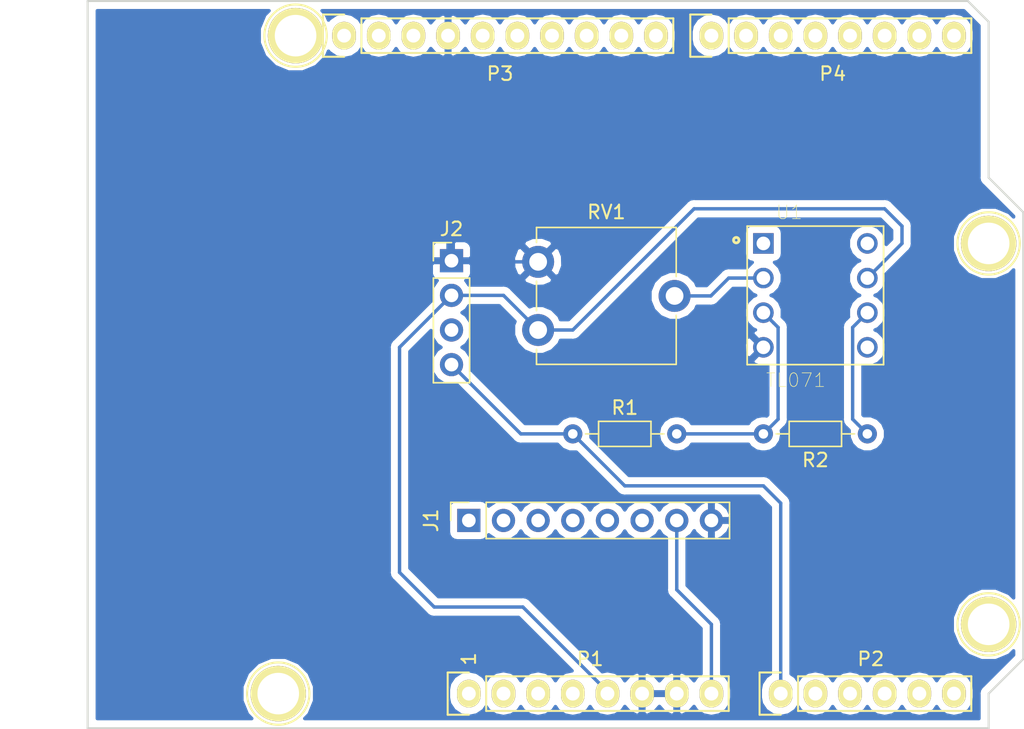
<source format=kicad_pcb>
(kicad_pcb (version 20171130) (host pcbnew "(5.0.0)")

  (general
    (thickness 1.6)
    (drawings 27)
    (tracks 39)
    (zones 0)
    (modules 14)
    (nets 46)
  )

  (page A4)
  (title_block
    (date "lun. 30 mars 2015")
  )

  (layers
    (0 F.Cu signal)
    (31 B.Cu signal)
    (32 B.Adhes user)
    (33 F.Adhes user)
    (34 B.Paste user)
    (35 F.Paste user)
    (36 B.SilkS user)
    (37 F.SilkS user)
    (38 B.Mask user)
    (39 F.Mask user)
    (40 Dwgs.User user)
    (41 Cmts.User user)
    (42 Eco1.User user)
    (43 Eco2.User user)
    (44 Edge.Cuts user)
    (45 Margin user)
    (46 B.CrtYd user)
    (47 F.CrtYd user)
    (48 B.Fab user)
    (49 F.Fab user)
  )

  (setup
    (last_trace_width 0.25)
    (trace_clearance 0.2)
    (zone_clearance 0.508)
    (zone_45_only no)
    (trace_min 0.2)
    (segment_width 0.15)
    (edge_width 0.15)
    (via_size 0.6)
    (via_drill 0.4)
    (via_min_size 0.4)
    (via_min_drill 0.3)
    (uvia_size 0.3)
    (uvia_drill 0.1)
    (uvias_allowed no)
    (uvia_min_size 0.2)
    (uvia_min_drill 0.1)
    (pcb_text_width 0.3)
    (pcb_text_size 1.5 1.5)
    (mod_edge_width 0.15)
    (mod_text_size 1 1)
    (mod_text_width 0.15)
    (pad_size 4.064 4.064)
    (pad_drill 3.048)
    (pad_to_mask_clearance 0)
    (aux_axis_origin 110.998 126.365)
    (grid_origin 110.998 126.365)
    (visible_elements 7FFFFFFF)
    (pcbplotparams
      (layerselection 0x00030_80000001)
      (usegerberextensions false)
      (usegerberattributes false)
      (usegerberadvancedattributes false)
      (creategerberjobfile false)
      (excludeedgelayer true)
      (linewidth 0.100000)
      (plotframeref false)
      (viasonmask false)
      (mode 1)
      (useauxorigin false)
      (hpglpennumber 1)
      (hpglpenspeed 20)
      (hpglpendiameter 15.000000)
      (psnegative false)
      (psa4output false)
      (plotreference true)
      (plotvalue true)
      (plotinvisibletext false)
      (padsonsilk false)
      (subtractmaskfromsilk false)
      (outputformat 1)
      (mirror false)
      (drillshape 1)
      (scaleselection 1)
      (outputdirectory ""))
  )

  (net 0 "")
  (net 1 /IOREF)
  (net 2 /Reset)
  (net 3 +5V)
  (net 4 GND)
  (net 5 /Vin)
  (net 6 /A0)
  (net 7 /A1)
  (net 8 /A2)
  (net 9 /A3)
  (net 10 /AREF)
  (net 11 "/A4(SDA)")
  (net 12 "/A5(SCL)")
  (net 13 "/9(**)")
  (net 14 /8)
  (net 15 /7)
  (net 16 "/6(**)")
  (net 17 "/5(**)")
  (net 18 /4)
  (net 19 "/3(**)")
  (net 20 /2)
  (net 21 "/1(Tx)")
  (net 22 "/0(Rx)")
  (net 23 "Net-(P5-Pad1)")
  (net 24 "Net-(P6-Pad1)")
  (net 25 "Net-(P7-Pad1)")
  (net 26 "Net-(P8-Pad1)")
  (net 27 "/13(SCK)")
  (net 28 "/10(**/SS)")
  (net 29 "Net-(P1-Pad1)")
  (net 30 +3V3)
  (net 31 "/12(MISO)")
  (net 32 "/11(**/MOSI)")
  (net 33 /Tx)
  (net 34 /Rx)
  (net 35 /CTS)
  (net 36 /RTS)
  (net 37 /RST)
  (net 38 /3V3)
  (net 39 /NC)
  (net 40 "Net-(R1-Pad2)")
  (net 41 "Net-(R2-Pad1)")
  (net 42 "Net-(RV1-Pad2)")
  (net 43 "Net-(U1-Pad1)")
  (net 44 "Net-(U1-Pad5)")
  (net 45 "Net-(U1-Pad8)")

  (net_class Default "This is the default net class."
    (clearance 0.2)
    (trace_width 0.25)
    (via_dia 0.6)
    (via_drill 0.4)
    (uvia_dia 0.3)
    (uvia_drill 0.1)
    (add_net +3V3)
    (add_net +5V)
    (add_net "/0(Rx)")
    (add_net "/1(Tx)")
    (add_net "/10(**/SS)")
    (add_net "/11(**/MOSI)")
    (add_net "/12(MISO)")
    (add_net "/13(SCK)")
    (add_net /2)
    (add_net "/3(**)")
    (add_net /3V3)
    (add_net /4)
    (add_net "/5(**)")
    (add_net "/6(**)")
    (add_net /7)
    (add_net /8)
    (add_net "/9(**)")
    (add_net /A0)
    (add_net /A1)
    (add_net /A2)
    (add_net /A3)
    (add_net "/A4(SDA)")
    (add_net "/A5(SCL)")
    (add_net /AREF)
    (add_net /CTS)
    (add_net /IOREF)
    (add_net /NC)
    (add_net /RST)
    (add_net /RTS)
    (add_net /Reset)
    (add_net /Rx)
    (add_net /Tx)
    (add_net /Vin)
    (add_net GND)
    (add_net "Net-(P1-Pad1)")
    (add_net "Net-(P5-Pad1)")
    (add_net "Net-(P6-Pad1)")
    (add_net "Net-(P7-Pad1)")
    (add_net "Net-(P8-Pad1)")
    (add_net "Net-(R1-Pad2)")
    (add_net "Net-(R2-Pad1)")
    (add_net "Net-(RV1-Pad2)")
    (add_net "Net-(U1-Pad1)")
    (add_net "Net-(U1-Pad5)")
    (add_net "Net-(U1-Pad8)")
  )

  (net_class INSA ""
    (clearance 0.4)
    (trace_width 0.5)
    (via_dia 1.2)
    (via_drill 0.8)
    (uvia_dia 0.3)
    (uvia_drill 0.1)
  )

  (module Socket_Arduino_Uno:Socket_Strip_Arduino_1x08 locked (layer F.Cu) (tedit 552168D2) (tstamp 551AF9EA)
    (at 138.938 123.825)
    (descr "Through hole socket strip")
    (tags "socket strip")
    (path /56D70129)
    (fp_text reference P1 (at 8.89 -2.54) (layer F.SilkS)
      (effects (font (size 1 1) (thickness 0.15)))
    )
    (fp_text value Power (at 8.89 -4.064) (layer F.Fab)
      (effects (font (size 1 1) (thickness 0.15)))
    )
    (fp_line (start -1.75 -1.75) (end -1.75 1.75) (layer F.CrtYd) (width 0.05))
    (fp_line (start 19.55 -1.75) (end 19.55 1.75) (layer F.CrtYd) (width 0.05))
    (fp_line (start -1.75 -1.75) (end 19.55 -1.75) (layer F.CrtYd) (width 0.05))
    (fp_line (start -1.75 1.75) (end 19.55 1.75) (layer F.CrtYd) (width 0.05))
    (fp_line (start 1.27 1.27) (end 19.05 1.27) (layer F.SilkS) (width 0.15))
    (fp_line (start 19.05 1.27) (end 19.05 -1.27) (layer F.SilkS) (width 0.15))
    (fp_line (start 19.05 -1.27) (end 1.27 -1.27) (layer F.SilkS) (width 0.15))
    (fp_line (start -1.55 1.55) (end 0 1.55) (layer F.SilkS) (width 0.15))
    (fp_line (start 1.27 1.27) (end 1.27 -1.27) (layer F.SilkS) (width 0.15))
    (fp_line (start 0 -1.55) (end -1.55 -1.55) (layer F.SilkS) (width 0.15))
    (fp_line (start -1.55 -1.55) (end -1.55 1.55) (layer F.SilkS) (width 0.15))
    (pad 1 thru_hole oval (at 0 0) (size 1.7272 2.032) (drill 1.016) (layers *.Cu *.Mask F.SilkS)
      (net 29 "Net-(P1-Pad1)"))
    (pad 2 thru_hole oval (at 2.54 0) (size 1.7272 2.032) (drill 1.016) (layers *.Cu *.Mask F.SilkS)
      (net 1 /IOREF))
    (pad 3 thru_hole oval (at 5.08 0) (size 1.7272 2.032) (drill 1.016) (layers *.Cu *.Mask F.SilkS)
      (net 2 /Reset))
    (pad 4 thru_hole oval (at 7.62 0) (size 1.7272 2.032) (drill 1.016) (layers *.Cu *.Mask F.SilkS)
      (net 30 +3V3))
    (pad 5 thru_hole oval (at 10.16 0) (size 1.7272 2.032) (drill 1.016) (layers *.Cu *.Mask F.SilkS)
      (net 3 +5V))
    (pad 6 thru_hole oval (at 12.7 0) (size 1.7272 2.032) (drill 1.016) (layers *.Cu *.Mask F.SilkS)
      (net 4 GND))
    (pad 7 thru_hole oval (at 15.24 0) (size 1.7272 2.032) (drill 1.016) (layers *.Cu *.Mask F.SilkS)
      (net 4 GND))
    (pad 8 thru_hole oval (at 17.78 0) (size 1.7272 2.032) (drill 1.016) (layers *.Cu *.Mask F.SilkS)
      (net 5 /Vin))
    (model ${KIPRJMOD}/Socket_Arduino_Uno.3dshapes/Socket_header_Arduino_1x08.wrl
      (offset (xyz 8.889999866485596 0 0))
      (scale (xyz 1 1 1))
      (rotate (xyz 0 0 180))
    )
  )

  (module Socket_Arduino_Uno:Socket_Strip_Arduino_1x06 locked (layer F.Cu) (tedit 552168D6) (tstamp 551AF9FF)
    (at 161.798 123.825)
    (descr "Through hole socket strip")
    (tags "socket strip")
    (path /56D70DD8)
    (fp_text reference P2 (at 6.604 -2.54) (layer F.SilkS)
      (effects (font (size 1 1) (thickness 0.15)))
    )
    (fp_text value Analog (at 6.604 -4.064) (layer F.Fab)
      (effects (font (size 1 1) (thickness 0.15)))
    )
    (fp_line (start -1.75 -1.75) (end -1.75 1.75) (layer F.CrtYd) (width 0.05))
    (fp_line (start 14.45 -1.75) (end 14.45 1.75) (layer F.CrtYd) (width 0.05))
    (fp_line (start -1.75 -1.75) (end 14.45 -1.75) (layer F.CrtYd) (width 0.05))
    (fp_line (start -1.75 1.75) (end 14.45 1.75) (layer F.CrtYd) (width 0.05))
    (fp_line (start 1.27 1.27) (end 13.97 1.27) (layer F.SilkS) (width 0.15))
    (fp_line (start 13.97 1.27) (end 13.97 -1.27) (layer F.SilkS) (width 0.15))
    (fp_line (start 13.97 -1.27) (end 1.27 -1.27) (layer F.SilkS) (width 0.15))
    (fp_line (start -1.55 1.55) (end 0 1.55) (layer F.SilkS) (width 0.15))
    (fp_line (start 1.27 1.27) (end 1.27 -1.27) (layer F.SilkS) (width 0.15))
    (fp_line (start 0 -1.55) (end -1.55 -1.55) (layer F.SilkS) (width 0.15))
    (fp_line (start -1.55 -1.55) (end -1.55 1.55) (layer F.SilkS) (width 0.15))
    (pad 1 thru_hole oval (at 0 0) (size 1.7272 2.032) (drill 1.016) (layers *.Cu *.Mask F.SilkS)
      (net 6 /A0))
    (pad 2 thru_hole oval (at 2.54 0) (size 1.7272 2.032) (drill 1.016) (layers *.Cu *.Mask F.SilkS)
      (net 7 /A1))
    (pad 3 thru_hole oval (at 5.08 0) (size 1.7272 2.032) (drill 1.016) (layers *.Cu *.Mask F.SilkS)
      (net 8 /A2))
    (pad 4 thru_hole oval (at 7.62 0) (size 1.7272 2.032) (drill 1.016) (layers *.Cu *.Mask F.SilkS)
      (net 9 /A3))
    (pad 5 thru_hole oval (at 10.16 0) (size 1.7272 2.032) (drill 1.016) (layers *.Cu *.Mask F.SilkS)
      (net 11 "/A4(SDA)"))
    (pad 6 thru_hole oval (at 12.7 0) (size 1.7272 2.032) (drill 1.016) (layers *.Cu *.Mask F.SilkS)
      (net 12 "/A5(SCL)"))
    (model ${KIPRJMOD}/Socket_Arduino_Uno.3dshapes/Socket_header_Arduino_1x06.wrl
      (offset (xyz 6.349999904632568 0 0))
      (scale (xyz 1 1 1))
      (rotate (xyz 0 0 180))
    )
  )

  (module Socket_Arduino_Uno:Socket_Strip_Arduino_1x10 locked (layer F.Cu) (tedit 552168BF) (tstamp 551AFA18)
    (at 129.794 75.565)
    (descr "Through hole socket strip")
    (tags "socket strip")
    (path /56D721E0)
    (fp_text reference P3 (at 11.43 2.794) (layer F.SilkS)
      (effects (font (size 1 1) (thickness 0.15)))
    )
    (fp_text value Digital (at 11.43 4.318) (layer F.Fab)
      (effects (font (size 1 1) (thickness 0.15)))
    )
    (fp_line (start -1.75 -1.75) (end -1.75 1.75) (layer F.CrtYd) (width 0.05))
    (fp_line (start 24.65 -1.75) (end 24.65 1.75) (layer F.CrtYd) (width 0.05))
    (fp_line (start -1.75 -1.75) (end 24.65 -1.75) (layer F.CrtYd) (width 0.05))
    (fp_line (start -1.75 1.75) (end 24.65 1.75) (layer F.CrtYd) (width 0.05))
    (fp_line (start 1.27 1.27) (end 24.13 1.27) (layer F.SilkS) (width 0.15))
    (fp_line (start 24.13 1.27) (end 24.13 -1.27) (layer F.SilkS) (width 0.15))
    (fp_line (start 24.13 -1.27) (end 1.27 -1.27) (layer F.SilkS) (width 0.15))
    (fp_line (start -1.55 1.55) (end 0 1.55) (layer F.SilkS) (width 0.15))
    (fp_line (start 1.27 1.27) (end 1.27 -1.27) (layer F.SilkS) (width 0.15))
    (fp_line (start 0 -1.55) (end -1.55 -1.55) (layer F.SilkS) (width 0.15))
    (fp_line (start -1.55 -1.55) (end -1.55 1.55) (layer F.SilkS) (width 0.15))
    (pad 1 thru_hole oval (at 0 0) (size 1.7272 2.032) (drill 1.016) (layers *.Cu *.Mask F.SilkS)
      (net 12 "/A5(SCL)"))
    (pad 2 thru_hole oval (at 2.54 0) (size 1.7272 2.032) (drill 1.016) (layers *.Cu *.Mask F.SilkS)
      (net 11 "/A4(SDA)"))
    (pad 3 thru_hole oval (at 5.08 0) (size 1.7272 2.032) (drill 1.016) (layers *.Cu *.Mask F.SilkS)
      (net 10 /AREF))
    (pad 4 thru_hole oval (at 7.62 0) (size 1.7272 2.032) (drill 1.016) (layers *.Cu *.Mask F.SilkS)
      (net 4 GND))
    (pad 5 thru_hole oval (at 10.16 0) (size 1.7272 2.032) (drill 1.016) (layers *.Cu *.Mask F.SilkS)
      (net 27 "/13(SCK)"))
    (pad 6 thru_hole oval (at 12.7 0) (size 1.7272 2.032) (drill 1.016) (layers *.Cu *.Mask F.SilkS)
      (net 31 "/12(MISO)"))
    (pad 7 thru_hole oval (at 15.24 0) (size 1.7272 2.032) (drill 1.016) (layers *.Cu *.Mask F.SilkS)
      (net 32 "/11(**/MOSI)"))
    (pad 8 thru_hole oval (at 17.78 0) (size 1.7272 2.032) (drill 1.016) (layers *.Cu *.Mask F.SilkS)
      (net 28 "/10(**/SS)"))
    (pad 9 thru_hole oval (at 20.32 0) (size 1.7272 2.032) (drill 1.016) (layers *.Cu *.Mask F.SilkS)
      (net 13 "/9(**)"))
    (pad 10 thru_hole oval (at 22.86 0) (size 1.7272 2.032) (drill 1.016) (layers *.Cu *.Mask F.SilkS)
      (net 14 /8))
    (model ${KIPRJMOD}/Socket_Arduino_Uno.3dshapes/Socket_header_Arduino_1x10.wrl
      (offset (xyz 11.42999982833862 0 0))
      (scale (xyz 1 1 1))
      (rotate (xyz 0 0 180))
    )
  )

  (module Socket_Arduino_Uno:Socket_Strip_Arduino_1x08 locked (layer F.Cu) (tedit 552168C7) (tstamp 551AFA2F)
    (at 156.718 75.565)
    (descr "Through hole socket strip")
    (tags "socket strip")
    (path /56D7164F)
    (fp_text reference P4 (at 8.89 2.794) (layer F.SilkS)
      (effects (font (size 1 1) (thickness 0.15)))
    )
    (fp_text value Digital (at 8.89 4.318) (layer F.Fab)
      (effects (font (size 1 1) (thickness 0.15)))
    )
    (fp_line (start -1.75 -1.75) (end -1.75 1.75) (layer F.CrtYd) (width 0.05))
    (fp_line (start 19.55 -1.75) (end 19.55 1.75) (layer F.CrtYd) (width 0.05))
    (fp_line (start -1.75 -1.75) (end 19.55 -1.75) (layer F.CrtYd) (width 0.05))
    (fp_line (start -1.75 1.75) (end 19.55 1.75) (layer F.CrtYd) (width 0.05))
    (fp_line (start 1.27 1.27) (end 19.05 1.27) (layer F.SilkS) (width 0.15))
    (fp_line (start 19.05 1.27) (end 19.05 -1.27) (layer F.SilkS) (width 0.15))
    (fp_line (start 19.05 -1.27) (end 1.27 -1.27) (layer F.SilkS) (width 0.15))
    (fp_line (start -1.55 1.55) (end 0 1.55) (layer F.SilkS) (width 0.15))
    (fp_line (start 1.27 1.27) (end 1.27 -1.27) (layer F.SilkS) (width 0.15))
    (fp_line (start 0 -1.55) (end -1.55 -1.55) (layer F.SilkS) (width 0.15))
    (fp_line (start -1.55 -1.55) (end -1.55 1.55) (layer F.SilkS) (width 0.15))
    (pad 1 thru_hole oval (at 0 0) (size 1.7272 2.032) (drill 1.016) (layers *.Cu *.Mask F.SilkS)
      (net 15 /7))
    (pad 2 thru_hole oval (at 2.54 0) (size 1.7272 2.032) (drill 1.016) (layers *.Cu *.Mask F.SilkS)
      (net 16 "/6(**)"))
    (pad 3 thru_hole oval (at 5.08 0) (size 1.7272 2.032) (drill 1.016) (layers *.Cu *.Mask F.SilkS)
      (net 17 "/5(**)"))
    (pad 4 thru_hole oval (at 7.62 0) (size 1.7272 2.032) (drill 1.016) (layers *.Cu *.Mask F.SilkS)
      (net 18 /4))
    (pad 5 thru_hole oval (at 10.16 0) (size 1.7272 2.032) (drill 1.016) (layers *.Cu *.Mask F.SilkS)
      (net 19 "/3(**)"))
    (pad 6 thru_hole oval (at 12.7 0) (size 1.7272 2.032) (drill 1.016) (layers *.Cu *.Mask F.SilkS)
      (net 20 /2))
    (pad 7 thru_hole oval (at 15.24 0) (size 1.7272 2.032) (drill 1.016) (layers *.Cu *.Mask F.SilkS)
      (net 21 "/1(Tx)"))
    (pad 8 thru_hole oval (at 17.78 0) (size 1.7272 2.032) (drill 1.016) (layers *.Cu *.Mask F.SilkS)
      (net 22 "/0(Rx)"))
    (model ${KIPRJMOD}/Socket_Arduino_Uno.3dshapes/Socket_header_Arduino_1x08.wrl
      (offset (xyz 8.889999866485596 0 0))
      (scale (xyz 1 1 1))
      (rotate (xyz 0 0 180))
    )
  )

  (module Socket_Arduino_Uno:Arduino_1pin locked (layer F.Cu) (tedit 5524FC39) (tstamp 5524FC3F)
    (at 124.968 123.825)
    (descr "module 1 pin (ou trou mecanique de percage)")
    (tags DEV)
    (path /56D71177)
    (fp_text reference P5 (at 0 -3.048) (layer F.SilkS) hide
      (effects (font (size 1 1) (thickness 0.15)))
    )
    (fp_text value CONN_01X01 (at 0 2.794) (layer F.Fab) hide
      (effects (font (size 1 1) (thickness 0.15)))
    )
    (fp_circle (center 0 0) (end 0 -2.286) (layer F.SilkS) (width 0.15))
    (pad 1 thru_hole circle (at 0 0) (size 4.064 4.064) (drill 3.048) (layers *.Cu *.Mask F.SilkS)
      (net 23 "Net-(P5-Pad1)"))
  )

  (module Socket_Arduino_Uno:Arduino_1pin locked (layer F.Cu) (tedit 5524FC4A) (tstamp 5524FC44)
    (at 177.038 118.745)
    (descr "module 1 pin (ou trou mecanique de percage)")
    (tags DEV)
    (path /56D71274)
    (fp_text reference P6 (at 0 -3.048) (layer F.SilkS) hide
      (effects (font (size 1 1) (thickness 0.15)))
    )
    (fp_text value CONN_01X01 (at 0 2.794) (layer F.Fab) hide
      (effects (font (size 1 1) (thickness 0.15)))
    )
    (fp_circle (center 0 0) (end 0 -2.286) (layer F.SilkS) (width 0.15))
    (pad 1 thru_hole circle (at 0 0) (size 4.064 4.064) (drill 3.048) (layers *.Cu *.Mask F.SilkS)
      (net 24 "Net-(P6-Pad1)"))
  )

  (module Socket_Arduino_Uno:Arduino_1pin locked (layer F.Cu) (tedit 5524FC2F) (tstamp 5524FC49)
    (at 126.238 75.565)
    (descr "module 1 pin (ou trou mecanique de percage)")
    (tags DEV)
    (path /56D712A8)
    (fp_text reference P7 (at 0 -3.048) (layer F.SilkS) hide
      (effects (font (size 1 1) (thickness 0.15)))
    )
    (fp_text value CONN_01X01 (at 0 2.794) (layer F.Fab) hide
      (effects (font (size 1 1) (thickness 0.15)))
    )
    (fp_circle (center 0 0) (end 0 -2.286) (layer F.SilkS) (width 0.15))
    (pad 1 thru_hole circle (at 0 0) (size 4.064 4.064) (drill 3.048) (layers *.Cu *.Mask F.SilkS)
      (net 25 "Net-(P7-Pad1)"))
  )

  (module Socket_Arduino_Uno:Arduino_1pin locked (layer F.Cu) (tedit 5524FC41) (tstamp 5524FC4E)
    (at 177.038 90.805)
    (descr "module 1 pin (ou trou mecanique de percage)")
    (tags DEV)
    (path /56D712DB)
    (fp_text reference P8 (at 0 -3.048) (layer F.SilkS) hide
      (effects (font (size 1 1) (thickness 0.15)))
    )
    (fp_text value CONN_01X01 (at 0 2.794) (layer F.Fab) hide
      (effects (font (size 1 1) (thickness 0.15)))
    )
    (fp_circle (center 0 0) (end 0 -2.286) (layer F.SilkS) (width 0.15))
    (pad 1 thru_hole circle (at 0 0) (size 4.064 4.064) (drill 3.048) (layers *.Cu *.Mask F.SilkS)
      (net 26 "Net-(P8-Pad1)"))
  )

  (module Connector_PinSocket_2.54mm:PinSocket_1x08_P2.54mm_Vertical (layer F.Cu) (tedit 5A19A420) (tstamp 5BDD4735)
    (at 138.938 111.125 90)
    (descr "Through hole straight socket strip, 1x08, 2.54mm pitch, single row (from Kicad 4.0.7), script generated")
    (tags "Through hole socket strip THT 1x08 2.54mm single row")
    (path /5BC598C8)
    (fp_text reference J1 (at 0 -2.77 90) (layer F.SilkS)
      (effects (font (size 1 1) (thickness 0.15)))
    )
    (fp_text value CONN_01X08 (at 0 20.55 90) (layer F.Fab)
      (effects (font (size 1 1) (thickness 0.15)))
    )
    (fp_line (start -1.27 -1.27) (end 0.635 -1.27) (layer F.Fab) (width 0.1))
    (fp_line (start 0.635 -1.27) (end 1.27 -0.635) (layer F.Fab) (width 0.1))
    (fp_line (start 1.27 -0.635) (end 1.27 19.05) (layer F.Fab) (width 0.1))
    (fp_line (start 1.27 19.05) (end -1.27 19.05) (layer F.Fab) (width 0.1))
    (fp_line (start -1.27 19.05) (end -1.27 -1.27) (layer F.Fab) (width 0.1))
    (fp_line (start -1.33 1.27) (end 1.33 1.27) (layer F.SilkS) (width 0.12))
    (fp_line (start -1.33 1.27) (end -1.33 19.11) (layer F.SilkS) (width 0.12))
    (fp_line (start -1.33 19.11) (end 1.33 19.11) (layer F.SilkS) (width 0.12))
    (fp_line (start 1.33 1.27) (end 1.33 19.11) (layer F.SilkS) (width 0.12))
    (fp_line (start 1.33 -1.33) (end 1.33 0) (layer F.SilkS) (width 0.12))
    (fp_line (start 0 -1.33) (end 1.33 -1.33) (layer F.SilkS) (width 0.12))
    (fp_line (start -1.8 -1.8) (end 1.75 -1.8) (layer F.CrtYd) (width 0.05))
    (fp_line (start 1.75 -1.8) (end 1.75 19.55) (layer F.CrtYd) (width 0.05))
    (fp_line (start 1.75 19.55) (end -1.8 19.55) (layer F.CrtYd) (width 0.05))
    (fp_line (start -1.8 19.55) (end -1.8 -1.8) (layer F.CrtYd) (width 0.05))
    (fp_text user %R (at 0 8.89 180) (layer F.Fab)
      (effects (font (size 1 1) (thickness 0.15)))
    )
    (pad 1 thru_hole rect (at 0 0 90) (size 1.7 1.7) (drill 1) (layers *.Cu *.Mask)
      (net 33 /Tx))
    (pad 2 thru_hole oval (at 0 2.54 90) (size 1.7 1.7) (drill 1) (layers *.Cu *.Mask)
      (net 34 /Rx))
    (pad 3 thru_hole oval (at 0 5.08 90) (size 1.7 1.7) (drill 1) (layers *.Cu *.Mask)
      (net 35 /CTS))
    (pad 4 thru_hole oval (at 0 7.62 90) (size 1.7 1.7) (drill 1) (layers *.Cu *.Mask)
      (net 36 /RTS))
    (pad 5 thru_hole oval (at 0 10.16 90) (size 1.7 1.7) (drill 1) (layers *.Cu *.Mask)
      (net 37 /RST))
    (pad 6 thru_hole oval (at 0 12.7 90) (size 1.7 1.7) (drill 1) (layers *.Cu *.Mask)
      (net 38 /3V3))
    (pad 7 thru_hole oval (at 0 15.24 90) (size 1.7 1.7) (drill 1) (layers *.Cu *.Mask)
      (net 5 /Vin))
    (pad 8 thru_hole oval (at 0 17.78 90) (size 1.7 1.7) (drill 1) (layers *.Cu *.Mask)
      (net 4 GND))
    (model ${KISYS3DMOD}/Connector_PinSocket_2.54mm.3dshapes/PinSocket_1x08_P2.54mm_Vertical.wrl
      (at (xyz 0 0 0))
      (scale (xyz 1 1 1))
      (rotate (xyz 0 0 0))
    )
  )

  (module Connector_PinHeader_2.54mm:PinHeader_1x04_P2.54mm_Vertical (layer F.Cu) (tedit 59FED5CC) (tstamp 5BDD474D)
    (at 137.668 92.075)
    (descr "Through hole straight pin header, 1x04, 2.54mm pitch, single row")
    (tags "Through hole pin header THT 1x04 2.54mm single row")
    (path /5BC58C8B)
    (fp_text reference J2 (at 0 -2.33) (layer F.SilkS)
      (effects (font (size 1 1) (thickness 0.15)))
    )
    (fp_text value CONN_01X04_MALE (at 0 9.95) (layer F.Fab)
      (effects (font (size 1 1) (thickness 0.15)))
    )
    (fp_line (start -0.635 -1.27) (end 1.27 -1.27) (layer F.Fab) (width 0.1))
    (fp_line (start 1.27 -1.27) (end 1.27 8.89) (layer F.Fab) (width 0.1))
    (fp_line (start 1.27 8.89) (end -1.27 8.89) (layer F.Fab) (width 0.1))
    (fp_line (start -1.27 8.89) (end -1.27 -0.635) (layer F.Fab) (width 0.1))
    (fp_line (start -1.27 -0.635) (end -0.635 -1.27) (layer F.Fab) (width 0.1))
    (fp_line (start -1.33 8.95) (end 1.33 8.95) (layer F.SilkS) (width 0.12))
    (fp_line (start -1.33 1.27) (end -1.33 8.95) (layer F.SilkS) (width 0.12))
    (fp_line (start 1.33 1.27) (end 1.33 8.95) (layer F.SilkS) (width 0.12))
    (fp_line (start -1.33 1.27) (end 1.33 1.27) (layer F.SilkS) (width 0.12))
    (fp_line (start -1.33 0) (end -1.33 -1.33) (layer F.SilkS) (width 0.12))
    (fp_line (start -1.33 -1.33) (end 0 -1.33) (layer F.SilkS) (width 0.12))
    (fp_line (start -1.8 -1.8) (end -1.8 9.4) (layer F.CrtYd) (width 0.05))
    (fp_line (start -1.8 9.4) (end 1.8 9.4) (layer F.CrtYd) (width 0.05))
    (fp_line (start 1.8 9.4) (end 1.8 -1.8) (layer F.CrtYd) (width 0.05))
    (fp_line (start 1.8 -1.8) (end -1.8 -1.8) (layer F.CrtYd) (width 0.05))
    (fp_text user %R (at 0 3.81 90) (layer F.Fab)
      (effects (font (size 1 1) (thickness 0.15)))
    )
    (pad 1 thru_hole rect (at 0 0) (size 1.7 1.7) (drill 1) (layers *.Cu *.Mask)
      (net 4 GND))
    (pad 2 thru_hole oval (at 0 2.54) (size 1.7 1.7) (drill 1) (layers *.Cu *.Mask)
      (net 3 +5V))
    (pad 3 thru_hole oval (at 0 5.08) (size 1.7 1.7) (drill 1) (layers *.Cu *.Mask)
      (net 39 /NC))
    (pad 4 thru_hole oval (at 0 7.62) (size 1.7 1.7) (drill 1) (layers *.Cu *.Mask)
      (net 6 /A0))
    (model ${KISYS3DMOD}/Connector_PinHeader_2.54mm.3dshapes/PinHeader_1x04_P2.54mm_Vertical.wrl
      (at (xyz 0 0 0))
      (scale (xyz 1 1 1))
      (rotate (xyz 0 0 0))
    )
  )

  (module Resistor_THT:R_Axial_DIN0204_L3.6mm_D1.6mm_P7.62mm_Horizontal (layer F.Cu) (tedit 5AE5139B) (tstamp 5BDD4764)
    (at 146.558 104.775)
    (descr "Resistor, Axial_DIN0204 series, Axial, Horizontal, pin pitch=7.62mm, 0.167W, length*diameter=3.6*1.6mm^2, http://cdn-reichelt.de/documents/datenblatt/B400/1_4W%23YAG.pdf")
    (tags "Resistor Axial_DIN0204 series Axial Horizontal pin pitch 7.62mm 0.167W length 3.6mm diameter 1.6mm")
    (path /5BC4B9DB)
    (fp_text reference R1 (at 3.81 -1.92) (layer F.SilkS)
      (effects (font (size 1 1) (thickness 0.15)))
    )
    (fp_text value 4.7k (at 3.81 1.92) (layer F.Fab)
      (effects (font (size 1 1) (thickness 0.15)))
    )
    (fp_line (start 2.01 -0.8) (end 2.01 0.8) (layer F.Fab) (width 0.1))
    (fp_line (start 2.01 0.8) (end 5.61 0.8) (layer F.Fab) (width 0.1))
    (fp_line (start 5.61 0.8) (end 5.61 -0.8) (layer F.Fab) (width 0.1))
    (fp_line (start 5.61 -0.8) (end 2.01 -0.8) (layer F.Fab) (width 0.1))
    (fp_line (start 0 0) (end 2.01 0) (layer F.Fab) (width 0.1))
    (fp_line (start 7.62 0) (end 5.61 0) (layer F.Fab) (width 0.1))
    (fp_line (start 1.89 -0.92) (end 1.89 0.92) (layer F.SilkS) (width 0.12))
    (fp_line (start 1.89 0.92) (end 5.73 0.92) (layer F.SilkS) (width 0.12))
    (fp_line (start 5.73 0.92) (end 5.73 -0.92) (layer F.SilkS) (width 0.12))
    (fp_line (start 5.73 -0.92) (end 1.89 -0.92) (layer F.SilkS) (width 0.12))
    (fp_line (start 0.94 0) (end 1.89 0) (layer F.SilkS) (width 0.12))
    (fp_line (start 6.68 0) (end 5.73 0) (layer F.SilkS) (width 0.12))
    (fp_line (start -0.95 -1.05) (end -0.95 1.05) (layer F.CrtYd) (width 0.05))
    (fp_line (start -0.95 1.05) (end 8.57 1.05) (layer F.CrtYd) (width 0.05))
    (fp_line (start 8.57 1.05) (end 8.57 -1.05) (layer F.CrtYd) (width 0.05))
    (fp_line (start 8.57 -1.05) (end -0.95 -1.05) (layer F.CrtYd) (width 0.05))
    (fp_text user %R (at 3.81 0) (layer F.Fab)
      (effects (font (size 0.72 0.72) (thickness 0.108)))
    )
    (pad 1 thru_hole circle (at 0 0) (size 1.4 1.4) (drill 0.7) (layers *.Cu *.Mask)
      (net 6 /A0))
    (pad 2 thru_hole oval (at 7.62 0) (size 1.4 1.4) (drill 0.7) (layers *.Cu *.Mask)
      (net 40 "Net-(R1-Pad2)"))
    (model ${KISYS3DMOD}/Resistor_THT.3dshapes/R_Axial_DIN0204_L3.6mm_D1.6mm_P7.62mm_Horizontal.wrl
      (at (xyz 0 0 0))
      (scale (xyz 1 1 1))
      (rotate (xyz 0 0 0))
    )
  )

  (module Resistor_THT:R_Axial_DIN0204_L3.6mm_D1.6mm_P7.62mm_Horizontal (layer F.Cu) (tedit 5AE5139B) (tstamp 5BDD477B)
    (at 168.148 104.775 180)
    (descr "Resistor, Axial_DIN0204 series, Axial, Horizontal, pin pitch=7.62mm, 0.167W, length*diameter=3.6*1.6mm^2, http://cdn-reichelt.de/documents/datenblatt/B400/1_4W%23YAG.pdf")
    (tags "Resistor Axial_DIN0204 series Axial Horizontal pin pitch 7.62mm 0.167W length 3.6mm diameter 1.6mm")
    (path /5BC4BB18)
    (fp_text reference R2 (at 3.81 -1.92 180) (layer F.SilkS)
      (effects (font (size 1 1) (thickness 0.15)))
    )
    (fp_text value 100k (at 3.81 1.92 180) (layer F.Fab)
      (effects (font (size 1 1) (thickness 0.15)))
    )
    (fp_text user %R (at 3.81 0 180) (layer F.Fab)
      (effects (font (size 0.72 0.72) (thickness 0.108)))
    )
    (fp_line (start 8.57 -1.05) (end -0.95 -1.05) (layer F.CrtYd) (width 0.05))
    (fp_line (start 8.57 1.05) (end 8.57 -1.05) (layer F.CrtYd) (width 0.05))
    (fp_line (start -0.95 1.05) (end 8.57 1.05) (layer F.CrtYd) (width 0.05))
    (fp_line (start -0.95 -1.05) (end -0.95 1.05) (layer F.CrtYd) (width 0.05))
    (fp_line (start 6.68 0) (end 5.73 0) (layer F.SilkS) (width 0.12))
    (fp_line (start 0.94 0) (end 1.89 0) (layer F.SilkS) (width 0.12))
    (fp_line (start 5.73 -0.92) (end 1.89 -0.92) (layer F.SilkS) (width 0.12))
    (fp_line (start 5.73 0.92) (end 5.73 -0.92) (layer F.SilkS) (width 0.12))
    (fp_line (start 1.89 0.92) (end 5.73 0.92) (layer F.SilkS) (width 0.12))
    (fp_line (start 1.89 -0.92) (end 1.89 0.92) (layer F.SilkS) (width 0.12))
    (fp_line (start 7.62 0) (end 5.61 0) (layer F.Fab) (width 0.1))
    (fp_line (start 0 0) (end 2.01 0) (layer F.Fab) (width 0.1))
    (fp_line (start 5.61 -0.8) (end 2.01 -0.8) (layer F.Fab) (width 0.1))
    (fp_line (start 5.61 0.8) (end 5.61 -0.8) (layer F.Fab) (width 0.1))
    (fp_line (start 2.01 0.8) (end 5.61 0.8) (layer F.Fab) (width 0.1))
    (fp_line (start 2.01 -0.8) (end 2.01 0.8) (layer F.Fab) (width 0.1))
    (pad 2 thru_hole oval (at 7.62 0 180) (size 1.4 1.4) (drill 0.7) (layers *.Cu *.Mask)
      (net 40 "Net-(R1-Pad2)"))
    (pad 1 thru_hole circle (at 0 0 180) (size 1.4 1.4) (drill 0.7) (layers *.Cu *.Mask)
      (net 41 "Net-(R2-Pad1)"))
    (model ${KISYS3DMOD}/Resistor_THT.3dshapes/R_Axial_DIN0204_L3.6mm_D1.6mm_P7.62mm_Horizontal.wrl
      (at (xyz 0 0 0))
      (scale (xyz 1 1 1))
      (rotate (xyz 0 0 0))
    )
  )

  (module Potentiometer_THT:Potentiometer_ACP_CA9-V10_Vertical (layer F.Cu) (tedit 5A3D4994) (tstamp 5BDD4793)
    (at 144.018 97.155)
    (descr "Potentiometer, vertical, ACP CA9-V10, http://www.acptechnologies.com/wp-content/uploads/2017/05/02-ACP-CA9-CE9.pdf")
    (tags "Potentiometer vertical ACP CA9-V10")
    (path /5BC4BE51)
    (fp_text reference RV1 (at 5 -8.65) (layer F.SilkS)
      (effects (font (size 1 1) (thickness 0.15)))
    )
    (fp_text value 10k (at 5 3.65) (layer F.Fab)
      (effects (font (size 1 1) (thickness 0.15)))
    )
    (fp_circle (center 5 -2.5) (end 6.05 -2.5) (layer F.Fab) (width 0.1))
    (fp_line (start 0 -7.4) (end 0 2.4) (layer F.Fab) (width 0.1))
    (fp_line (start 0 2.4) (end 10 2.4) (layer F.Fab) (width 0.1))
    (fp_line (start 10 2.4) (end 10 -7.4) (layer F.Fab) (width 0.1))
    (fp_line (start 10 -7.4) (end 0 -7.4) (layer F.Fab) (width 0.1))
    (fp_line (start -0.12 -7.521) (end 10.12 -7.521) (layer F.SilkS) (width 0.12))
    (fp_line (start -0.12 2.52) (end 10.12 2.52) (layer F.SilkS) (width 0.12))
    (fp_line (start -0.12 -7.521) (end -0.12 -6.426) (layer F.SilkS) (width 0.12))
    (fp_line (start -0.12 -3.574) (end -0.12 -1.425) (layer F.SilkS) (width 0.12))
    (fp_line (start -0.12 1.425) (end -0.12 2.52) (layer F.SilkS) (width 0.12))
    (fp_line (start 10.12 -7.521) (end 10.12 -3.925) (layer F.SilkS) (width 0.12))
    (fp_line (start 10.12 -1.075) (end 10.12 2.52) (layer F.SilkS) (width 0.12))
    (fp_line (start -1.45 -7.65) (end -1.45 2.7) (layer F.CrtYd) (width 0.05))
    (fp_line (start -1.45 2.7) (end 11.45 2.7) (layer F.CrtYd) (width 0.05))
    (fp_line (start 11.45 2.7) (end 11.45 -7.65) (layer F.CrtYd) (width 0.05))
    (fp_line (start 11.45 -7.65) (end -1.45 -7.65) (layer F.CrtYd) (width 0.05))
    (fp_text user %R (at 1 -2.5 90) (layer F.Fab)
      (effects (font (size 1 1) (thickness 0.15)))
    )
    (pad 3 thru_hole circle (at 0 -5) (size 2.34 2.34) (drill 1.3) (layers *.Cu *.Mask)
      (net 4 GND))
    (pad 2 thru_hole circle (at 10 -2.5) (size 2.34 2.34) (drill 1.3) (layers *.Cu *.Mask)
      (net 42 "Net-(RV1-Pad2)"))
    (pad 1 thru_hole circle (at 0 0) (size 2.34 2.34) (drill 1.3) (layers *.Cu *.Mask)
      (net 3 +5V))
    (model ${KISYS3DMOD}/Potentiometer_THT.3dshapes/Potentiometer_ACP_CA9-V10_Vertical.wrl
      (at (xyz 0 0 0))
      (scale (xyz 1 1 1))
      (rotate (xyz 0 0 0))
    )
  )

  (module Connector_DIP_Female:TE_1-2199298-2 (layer F.Cu) (tedit 0) (tstamp 5BDD47AD)
    (at 164.338 94.615)
    (path /5BC4BBF9)
    (fp_text reference U1 (at -1.91073 -6.08734) (layer F.SilkS)
      (effects (font (size 1.00039 1.00039) (thickness 0.05)))
    )
    (fp_text value TL071 (at -1.42698 6.22358) (layer F.SilkS)
      (effects (font (size 1.00138 1.00138) (thickness 0.05)))
    )
    (fp_line (start -5 -5.08) (end 5 -5.08) (layer F.SilkS) (width 0.127))
    (fp_line (start 5 -5.08) (end 5 5.08) (layer F.SilkS) (width 0.127))
    (fp_line (start 5 5.08) (end -5 5.08) (layer F.SilkS) (width 0.127))
    (fp_line (start -5 5.08) (end -5 -5.08) (layer F.SilkS) (width 0.127))
    (fp_line (start -5.25 -5.33) (end 5.25 -5.33) (layer Eco1.User) (width 0.05))
    (fp_line (start 5.25 -5.33) (end 5.25 5.33) (layer Eco1.User) (width 0.05))
    (fp_line (start 5.25 5.33) (end -5.25 5.33) (layer Eco1.User) (width 0.05))
    (fp_line (start -5.25 5.33) (end -5.25 -5.33) (layer Eco1.User) (width 0.05))
    (fp_circle (center -5.8 -4.05) (end -5.6 -4.05) (layer F.SilkS) (width 0.2032))
    (fp_line (start -5 -5.08) (end 5 -5.08) (layer Dwgs.User) (width 0.127))
    (fp_line (start 5 -5.08) (end 5 5.08) (layer Dwgs.User) (width 0.127))
    (fp_line (start 5 5.08) (end -5 5.08) (layer Dwgs.User) (width 0.127))
    (fp_line (start -5 5.08) (end -5 -5.08) (layer Dwgs.User) (width 0.127))
    (fp_circle (center -5.8 -4.05) (end -5.6 -4.05) (layer Dwgs.User) (width 0.2032))
    (pad 1 thru_hole rect (at -3.81 -3.81) (size 1.508 1.508) (drill 1) (layers *.Cu *.Mask)
      (net 43 "Net-(U1-Pad1)"))
    (pad 2 thru_hole circle (at -3.81 -1.27) (size 1.508 1.508) (drill 1) (layers *.Cu *.Mask)
      (net 42 "Net-(RV1-Pad2)"))
    (pad 3 thru_hole circle (at -3.81 1.27) (size 1.508 1.508) (drill 1) (layers *.Cu *.Mask)
      (net 40 "Net-(R1-Pad2)"))
    (pad 4 thru_hole circle (at -3.81 3.81) (size 1.508 1.508) (drill 1) (layers *.Cu *.Mask)
      (net 4 GND))
    (pad 5 thru_hole circle (at 3.81 3.81) (size 1.508 1.508) (drill 1) (layers *.Cu *.Mask)
      (net 44 "Net-(U1-Pad5)"))
    (pad 6 thru_hole circle (at 3.81 1.27) (size 1.508 1.508) (drill 1) (layers *.Cu *.Mask)
      (net 41 "Net-(R2-Pad1)"))
    (pad 7 thru_hole circle (at 3.81 -1.27) (size 1.508 1.508) (drill 1) (layers *.Cu *.Mask)
      (net 3 +5V))
    (pad 8 thru_hole circle (at 3.81 -3.81) (size 1.508 1.508) (drill 1) (layers *.Cu *.Mask)
      (net 45 "Net-(U1-Pad8)"))
  )

  (gr_text 1 (at 138.938 121.285 90) (layer F.SilkS)
    (effects (font (size 1 1) (thickness 0.15)))
  )
  (gr_circle (center 117.348 76.962) (end 118.618 76.962) (layer Dwgs.User) (width 0.15))
  (gr_line (start 114.427 78.994) (end 114.427 74.93) (angle 90) (layer Dwgs.User) (width 0.15))
  (gr_line (start 120.269 78.994) (end 114.427 78.994) (angle 90) (layer Dwgs.User) (width 0.15))
  (gr_line (start 120.269 74.93) (end 120.269 78.994) (angle 90) (layer Dwgs.User) (width 0.15))
  (gr_line (start 114.427 74.93) (end 120.269 74.93) (angle 90) (layer Dwgs.User) (width 0.15))
  (gr_line (start 120.523 93.98) (end 104.648 93.98) (angle 90) (layer Dwgs.User) (width 0.15))
  (gr_line (start 177.038 74.549) (end 175.514 73.025) (angle 90) (layer Edge.Cuts) (width 0.15))
  (gr_line (start 177.038 85.979) (end 177.038 74.549) (angle 90) (layer Edge.Cuts) (width 0.15))
  (gr_line (start 179.578 88.519) (end 177.038 85.979) (angle 90) (layer Edge.Cuts) (width 0.15))
  (gr_line (start 179.578 121.285) (end 179.578 88.519) (angle 90) (layer Edge.Cuts) (width 0.15))
  (gr_line (start 177.038 123.825) (end 179.578 121.285) (angle 90) (layer Edge.Cuts) (width 0.15))
  (gr_line (start 177.038 126.365) (end 177.038 123.825) (angle 90) (layer Edge.Cuts) (width 0.15))
  (gr_line (start 110.998 126.365) (end 177.038 126.365) (angle 90) (layer Edge.Cuts) (width 0.15))
  (gr_line (start 110.998 73.025) (end 110.998 126.365) (angle 90) (layer Edge.Cuts) (width 0.15))
  (gr_line (start 175.514 73.025) (end 110.998 73.025) (angle 90) (layer Edge.Cuts) (width 0.15))
  (gr_line (start 173.355 102.235) (end 173.355 94.615) (angle 90) (layer Dwgs.User) (width 0.15))
  (gr_line (start 178.435 102.235) (end 173.355 102.235) (angle 90) (layer Dwgs.User) (width 0.15))
  (gr_line (start 178.435 94.615) (end 178.435 102.235) (angle 90) (layer Dwgs.User) (width 0.15))
  (gr_line (start 173.355 94.615) (end 178.435 94.615) (angle 90) (layer Dwgs.User) (width 0.15))
  (gr_line (start 109.093 123.19) (end 109.093 114.3) (angle 90) (layer Dwgs.User) (width 0.15))
  (gr_line (start 122.428 123.19) (end 109.093 123.19) (angle 90) (layer Dwgs.User) (width 0.15))
  (gr_line (start 122.428 114.3) (end 122.428 123.19) (angle 90) (layer Dwgs.User) (width 0.15))
  (gr_line (start 109.093 114.3) (end 122.428 114.3) (angle 90) (layer Dwgs.User) (width 0.15))
  (gr_line (start 104.648 93.98) (end 104.648 82.55) (angle 90) (layer Dwgs.User) (width 0.15))
  (gr_line (start 120.523 82.55) (end 120.523 93.98) (angle 90) (layer Dwgs.User) (width 0.15))
  (gr_line (start 104.648 82.55) (end 120.523 82.55) (angle 90) (layer Dwgs.User) (width 0.15))

  (segment (start 141.478 94.615) (end 144.018 97.155) (width 0.25) (layer B.Cu) (net 3))
  (segment (start 137.668 94.615) (end 141.478 94.615) (width 0.25) (layer B.Cu) (net 3))
  (segment (start 149.098 123.6726) (end 142.9004 117.475) (width 0.25) (layer B.Cu) (net 3))
  (segment (start 149.098 123.825) (end 149.098 123.6726) (width 0.25) (layer B.Cu) (net 3))
  (segment (start 142.9004 117.475) (end 136.398 117.475) (width 0.25) (layer B.Cu) (net 3))
  (segment (start 136.398 117.475) (end 133.858 114.935) (width 0.25) (layer B.Cu) (net 3))
  (segment (start 133.858 98.425) (end 137.668 94.615) (width 0.25) (layer B.Cu) (net 3))
  (segment (start 133.858 114.935) (end 133.858 98.425) (width 0.25) (layer B.Cu) (net 3))
  (segment (start 144.018 97.155) (end 146.558 97.155) (width 0.25) (layer B.Cu) (net 3))
  (segment (start 146.558 97.155) (end 155.448 88.265) (width 0.25) (layer B.Cu) (net 3))
  (segment (start 155.448 88.265) (end 169.418 88.265) (width 0.25) (layer B.Cu) (net 3))
  (segment (start 169.418 88.265) (end 170.688 89.535) (width 0.25) (layer B.Cu) (net 3))
  (segment (start 170.688 90.805) (end 168.148 93.345) (width 0.25) (layer B.Cu) (net 3))
  (segment (start 170.688 89.535) (end 170.688 90.805) (width 0.25) (layer B.Cu) (net 3))
  (segment (start 137.414 91.821) (end 137.668 92.075) (width 0.25) (layer B.Cu) (net 4))
  (segment (start 137.414 75.565) (end 137.414 91.821) (width 0.25) (layer B.Cu) (net 4))
  (segment (start 137.748 92.155) (end 137.668 92.075) (width 0.25) (layer B.Cu) (net 4))
  (segment (start 144.018 92.155) (end 137.748 92.155) (width 0.25) (layer B.Cu) (net 4))
  (segment (start 154.178 111.125) (end 154.178 116.205) (width 0.25) (layer B.Cu) (net 5))
  (segment (start 156.718 118.745) (end 156.718 123.825) (width 0.25) (layer B.Cu) (net 5))
  (segment (start 154.178 116.205) (end 156.718 118.745) (width 0.25) (layer B.Cu) (net 5))
  (segment (start 142.748 104.775) (end 137.668 99.695) (width 0.25) (layer B.Cu) (net 6))
  (segment (start 146.558 104.775) (end 142.748 104.775) (width 0.25) (layer B.Cu) (net 6))
  (segment (start 150.368 108.585) (end 160.528 108.585) (width 0.25) (layer B.Cu) (net 6))
  (segment (start 146.558 104.775) (end 150.368 108.585) (width 0.25) (layer B.Cu) (net 6))
  (segment (start 161.798 109.855) (end 161.798 123.825) (width 0.25) (layer B.Cu) (net 6))
  (segment (start 160.528 108.585) (end 161.798 109.855) (width 0.25) (layer B.Cu) (net 6))
  (segment (start 154.178 104.775) (end 160.528 104.775) (width 0.25) (layer B.Cu) (net 40))
  (segment (start 161.281999 96.638999) (end 160.528 95.885) (width 0.25) (layer B.Cu) (net 40))
  (segment (start 161.607001 96.964001) (end 161.281999 96.638999) (width 0.25) (layer B.Cu) (net 40))
  (segment (start 161.607001 103.695999) (end 161.607001 96.964001) (width 0.25) (layer B.Cu) (net 40))
  (segment (start 160.528 104.775) (end 161.607001 103.695999) (width 0.25) (layer B.Cu) (net 40))
  (segment (start 167.448001 104.075001) (end 168.148 104.775) (width 0.25) (layer B.Cu) (net 41))
  (segment (start 167.068999 103.695999) (end 167.448001 104.075001) (width 0.25) (layer B.Cu) (net 41))
  (segment (start 167.068999 96.964001) (end 167.068999 103.695999) (width 0.25) (layer B.Cu) (net 41))
  (segment (start 168.148 95.885) (end 167.068999 96.964001) (width 0.25) (layer B.Cu) (net 41))
  (segment (start 154.018 94.655) (end 156.678 94.655) (width 0.25) (layer B.Cu) (net 42))
  (segment (start 156.678 94.655) (end 157.988 93.345) (width 0.25) (layer B.Cu) (net 42))
  (segment (start 157.988 93.345) (end 160.528 93.345) (width 0.25) (layer B.Cu) (net 42))

  (zone (net 4) (net_name GND) (layer B.Cu) (tstamp 0) (hatch edge 0.508)
    (connect_pads (clearance 0.508))
    (min_thickness 0.254)
    (fill yes (arc_segments 16) (thermal_gap 0.508) (thermal_bridge_width 0.508))
    (polygon
      (pts
        (xy 110.998 73.025) (xy 175.768 73.025) (xy 177.038 74.295) (xy 177.038 85.725) (xy 179.578 88.265)
        (xy 179.578 121.285) (xy 177.038 123.825) (xy 177.038 126.365) (xy 110.998 126.365)
      )
    )
    (filled_polygon
      (pts
        (xy 123.977026 74.054266) (xy 123.571 75.034501) (xy 123.571 76.095499) (xy 123.977026 77.075734) (xy 124.727266 77.825974)
        (xy 125.707501 78.232) (xy 126.768499 78.232) (xy 127.748734 77.825974) (xy 128.498974 77.075734) (xy 128.652156 76.705918)
        (xy 128.71357 76.79783) (xy 129.209276 77.12905) (xy 129.794 77.245359) (xy 130.378725 77.12905) (xy 130.87443 76.79783)
        (xy 131.064 76.514119) (xy 131.25357 76.79783) (xy 131.749276 77.12905) (xy 132.334 77.245359) (xy 132.918725 77.12905)
        (xy 133.41443 76.79783) (xy 133.604 76.514119) (xy 133.79357 76.79783) (xy 134.289276 77.12905) (xy 134.874 77.245359)
        (xy 135.458725 77.12905) (xy 135.95443 76.79783) (xy 136.147909 76.508267) (xy 136.511964 76.915732) (xy 137.039209 77.169709)
        (xy 137.054974 77.172358) (xy 137.287 77.051217) (xy 137.287 75.692) (xy 137.267 75.692) (xy 137.267 75.438)
        (xy 137.287 75.438) (xy 137.287 74.078783) (xy 137.541 74.078783) (xy 137.541 75.438) (xy 137.561 75.438)
        (xy 137.561 75.692) (xy 137.541 75.692) (xy 137.541 77.051217) (xy 137.773026 77.172358) (xy 137.788791 77.169709)
        (xy 138.316036 76.915732) (xy 138.68009 76.508268) (xy 138.87357 76.79783) (xy 139.369276 77.12905) (xy 139.954 77.245359)
        (xy 140.538725 77.12905) (xy 141.03443 76.79783) (xy 141.224 76.514119) (xy 141.41357 76.79783) (xy 141.909276 77.12905)
        (xy 142.494 77.245359) (xy 143.078725 77.12905) (xy 143.57443 76.79783) (xy 143.764 76.514119) (xy 143.95357 76.79783)
        (xy 144.449276 77.12905) (xy 145.034 77.245359) (xy 145.618725 77.12905) (xy 146.11443 76.79783) (xy 146.304 76.514119)
        (xy 146.49357 76.79783) (xy 146.989276 77.12905) (xy 147.574 77.245359) (xy 148.158725 77.12905) (xy 148.65443 76.79783)
        (xy 148.844 76.514119) (xy 149.03357 76.79783) (xy 149.529276 77.12905) (xy 150.114 77.245359) (xy 150.698725 77.12905)
        (xy 151.19443 76.79783) (xy 151.384 76.514119) (xy 151.57357 76.79783) (xy 152.069276 77.12905) (xy 152.654 77.245359)
        (xy 153.238725 77.12905) (xy 153.73443 76.79783) (xy 154.06565 76.302124) (xy 154.1526 75.864997) (xy 154.1526 75.265003)
        (xy 155.2194 75.265003) (xy 155.2194 75.864998) (xy 155.30635 76.302125) (xy 155.63757 76.79783) (xy 156.133276 77.12905)
        (xy 156.718 77.245359) (xy 157.302725 77.12905) (xy 157.79843 76.79783) (xy 157.988 76.514119) (xy 158.17757 76.79783)
        (xy 158.673276 77.12905) (xy 159.258 77.245359) (xy 159.842725 77.12905) (xy 160.33843 76.79783) (xy 160.528 76.514119)
        (xy 160.71757 76.79783) (xy 161.213276 77.12905) (xy 161.798 77.245359) (xy 162.382725 77.12905) (xy 162.87843 76.79783)
        (xy 163.068 76.514119) (xy 163.25757 76.79783) (xy 163.753276 77.12905) (xy 164.338 77.245359) (xy 164.922725 77.12905)
        (xy 165.41843 76.79783) (xy 165.608 76.514119) (xy 165.79757 76.79783) (xy 166.293276 77.12905) (xy 166.878 77.245359)
        (xy 167.462725 77.12905) (xy 167.95843 76.79783) (xy 168.148 76.514119) (xy 168.33757 76.79783) (xy 168.833276 77.12905)
        (xy 169.418 77.245359) (xy 170.002725 77.12905) (xy 170.49843 76.79783) (xy 170.688 76.514119) (xy 170.87757 76.79783)
        (xy 171.373276 77.12905) (xy 171.958 77.245359) (xy 172.542725 77.12905) (xy 173.03843 76.79783) (xy 173.228 76.514119)
        (xy 173.41757 76.79783) (xy 173.913276 77.12905) (xy 174.498 77.245359) (xy 175.082725 77.12905) (xy 175.57843 76.79783)
        (xy 175.90965 76.302124) (xy 175.9966 75.864997) (xy 175.9966 75.265002) (xy 175.90965 74.827875) (xy 175.57843 74.33217)
        (xy 175.082724 74.00095) (xy 174.498 73.884641) (xy 173.913275 74.00095) (xy 173.41757 74.33217) (xy 173.228 74.615881)
        (xy 173.03843 74.33217) (xy 172.542724 74.00095) (xy 171.958 73.884641) (xy 171.373275 74.00095) (xy 170.87757 74.33217)
        (xy 170.688 74.615881) (xy 170.49843 74.33217) (xy 170.002724 74.00095) (xy 169.418 73.884641) (xy 168.833275 74.00095)
        (xy 168.33757 74.33217) (xy 168.148 74.615881) (xy 167.95843 74.33217) (xy 167.462724 74.00095) (xy 166.878 73.884641)
        (xy 166.293275 74.00095) (xy 165.79757 74.33217) (xy 165.608 74.615881) (xy 165.41843 74.33217) (xy 164.922724 74.00095)
        (xy 164.338 73.884641) (xy 163.753275 74.00095) (xy 163.25757 74.33217) (xy 163.068 74.615881) (xy 162.87843 74.33217)
        (xy 162.382724 74.00095) (xy 161.798 73.884641) (xy 161.213275 74.00095) (xy 160.71757 74.33217) (xy 160.528 74.615881)
        (xy 160.33843 74.33217) (xy 159.842724 74.00095) (xy 159.258 73.884641) (xy 158.673275 74.00095) (xy 158.17757 74.33217)
        (xy 157.988 74.615881) (xy 157.79843 74.33217) (xy 157.302724 74.00095) (xy 156.718 73.884641) (xy 156.133275 74.00095)
        (xy 155.63757 74.33217) (xy 155.30635 74.827876) (xy 155.2194 75.265003) (xy 154.1526 75.265003) (xy 154.1526 75.265002)
        (xy 154.06565 74.827875) (xy 153.73443 74.33217) (xy 153.238724 74.00095) (xy 152.654 73.884641) (xy 152.069275 74.00095)
        (xy 151.57357 74.33217) (xy 151.384 74.615881) (xy 151.19443 74.33217) (xy 150.698724 74.00095) (xy 150.114 73.884641)
        (xy 149.529275 74.00095) (xy 149.03357 74.33217) (xy 148.844 74.615881) (xy 148.65443 74.33217) (xy 148.158724 74.00095)
        (xy 147.574 73.884641) (xy 146.989275 74.00095) (xy 146.49357 74.33217) (xy 146.304 74.615881) (xy 146.11443 74.33217)
        (xy 145.618724 74.00095) (xy 145.034 73.884641) (xy 144.449275 74.00095) (xy 143.95357 74.33217) (xy 143.764 74.615881)
        (xy 143.57443 74.33217) (xy 143.078724 74.00095) (xy 142.494 73.884641) (xy 141.909275 74.00095) (xy 141.41357 74.33217)
        (xy 141.224 74.615881) (xy 141.03443 74.33217) (xy 140.538724 74.00095) (xy 139.954 73.884641) (xy 139.369275 74.00095)
        (xy 138.87357 74.33217) (xy 138.680091 74.621733) (xy 138.316036 74.214268) (xy 137.788791 73.960291) (xy 137.773026 73.957642)
        (xy 137.541 74.078783) (xy 137.287 74.078783) (xy 137.054974 73.957642) (xy 137.039209 73.960291) (xy 136.511964 74.214268)
        (xy 136.14791 74.621732) (xy 135.95443 74.33217) (xy 135.458724 74.00095) (xy 134.874 73.884641) (xy 134.289275 74.00095)
        (xy 133.79357 74.33217) (xy 133.604 74.615881) (xy 133.41443 74.33217) (xy 132.918724 74.00095) (xy 132.334 73.884641)
        (xy 131.749275 74.00095) (xy 131.25357 74.33217) (xy 131.064 74.615881) (xy 130.87443 74.33217) (xy 130.378724 74.00095)
        (xy 129.794 73.884641) (xy 129.209275 74.00095) (xy 128.71357 74.33217) (xy 128.652156 74.424082) (xy 128.498974 74.054266)
        (xy 128.179708 73.735) (xy 175.21991 73.735) (xy 176.328001 74.843092) (xy 176.328 85.909076) (xy 176.314091 85.979)
        (xy 176.328 86.048924) (xy 176.328 86.048925) (xy 176.369195 86.256027) (xy 176.526119 86.49088) (xy 176.585402 86.530492)
        (xy 178.868001 88.813092) (xy 178.868001 88.863293) (xy 178.548734 88.544026) (xy 177.568499 88.138) (xy 176.507501 88.138)
        (xy 175.527266 88.544026) (xy 174.777026 89.294266) (xy 174.371 90.274501) (xy 174.371 91.335499) (xy 174.777026 92.315734)
        (xy 175.527266 93.065974) (xy 176.507501 93.472) (xy 177.568499 93.472) (xy 178.548734 93.065974) (xy 178.868001 92.746707)
        (xy 178.868 116.803292) (xy 178.548734 116.484026) (xy 177.568499 116.078) (xy 176.507501 116.078) (xy 175.527266 116.484026)
        (xy 174.777026 117.234266) (xy 174.371 118.214501) (xy 174.371 119.275499) (xy 174.777026 120.255734) (xy 175.527266 121.005974)
        (xy 176.507501 121.412) (xy 177.568499 121.412) (xy 178.548734 121.005974) (xy 178.868 120.686708) (xy 178.868 120.990909)
        (xy 176.585402 123.273508) (xy 176.52612 123.313119) (xy 176.384544 123.525002) (xy 176.369196 123.547972) (xy 176.314091 123.825)
        (xy 176.328001 123.894929) (xy 176.328 125.655) (xy 126.909708 125.655) (xy 127.228974 125.335734) (xy 127.635 124.355499)
        (xy 127.635 123.294501) (xy 127.228974 122.314266) (xy 126.478734 121.564026) (xy 125.498499 121.158) (xy 124.437501 121.158)
        (xy 123.457266 121.564026) (xy 122.707026 122.314266) (xy 122.301 123.294501) (xy 122.301 124.355499) (xy 122.707026 125.335734)
        (xy 123.026292 125.655) (xy 111.708 125.655) (xy 111.708 98.425) (xy 133.083112 98.425) (xy 133.098001 98.499852)
        (xy 133.098 114.860153) (xy 133.083112 114.935) (xy 133.098 115.009847) (xy 133.098 115.009851) (xy 133.142096 115.231536)
        (xy 133.310071 115.482929) (xy 133.37353 115.525331) (xy 135.807673 117.959476) (xy 135.850071 118.022929) (xy 135.913524 118.065327)
        (xy 135.913526 118.065329) (xy 136.038902 118.149102) (xy 136.101463 118.190904) (xy 136.323148 118.235) (xy 136.323152 118.235)
        (xy 136.397999 118.249888) (xy 136.472846 118.235) (xy 142.585599 118.235) (xy 146.505652 122.155054) (xy 145.973275 122.26095)
        (xy 145.47757 122.59217) (xy 145.288 122.875881) (xy 145.09843 122.59217) (xy 144.602724 122.26095) (xy 144.018 122.144641)
        (xy 143.433275 122.26095) (xy 142.93757 122.59217) (xy 142.748 122.875881) (xy 142.55843 122.59217) (xy 142.062724 122.26095)
        (xy 141.478 122.144641) (xy 140.893275 122.26095) (xy 140.39757 122.59217) (xy 140.208 122.875881) (xy 140.01843 122.59217)
        (xy 139.522724 122.26095) (xy 138.938 122.144641) (xy 138.353275 122.26095) (xy 137.85757 122.59217) (xy 137.52635 123.087876)
        (xy 137.4394 123.525003) (xy 137.4394 124.124998) (xy 137.52635 124.562125) (xy 137.85757 125.05783) (xy 138.353276 125.38905)
        (xy 138.938 125.505359) (xy 139.522725 125.38905) (xy 140.01843 125.05783) (xy 140.208 124.774119) (xy 140.39757 125.05783)
        (xy 140.893276 125.38905) (xy 141.478 125.505359) (xy 142.062725 125.38905) (xy 142.55843 125.05783) (xy 142.748 124.774119)
        (xy 142.93757 125.05783) (xy 143.433276 125.38905) (xy 144.018 125.505359) (xy 144.602725 125.38905) (xy 145.09843 125.05783)
        (xy 145.288 124.774119) (xy 145.47757 125.05783) (xy 145.973276 125.38905) (xy 146.558 125.505359) (xy 147.142725 125.38905)
        (xy 147.63843 125.05783) (xy 147.828 124.774119) (xy 148.01757 125.05783) (xy 148.513276 125.38905) (xy 149.098 125.505359)
        (xy 149.682725 125.38905) (xy 150.17843 125.05783) (xy 150.371909 124.768267) (xy 150.735964 125.175732) (xy 151.263209 125.429709)
        (xy 151.278974 125.432358) (xy 151.511 125.311217) (xy 151.511 123.952) (xy 151.765 123.952) (xy 151.765 125.311217)
        (xy 151.997026 125.432358) (xy 152.012791 125.429709) (xy 152.540036 125.175732) (xy 152.908 124.763892) (xy 153.275964 125.175732)
        (xy 153.803209 125.429709) (xy 153.818974 125.432358) (xy 154.051 125.311217) (xy 154.051 123.952) (xy 151.765 123.952)
        (xy 151.511 123.952) (xy 151.491 123.952) (xy 151.491 123.698) (xy 151.511 123.698) (xy 151.511 122.338783)
        (xy 151.765 122.338783) (xy 151.765 123.698) (xy 154.051 123.698) (xy 154.051 122.338783) (xy 153.818974 122.217642)
        (xy 153.803209 122.220291) (xy 153.275964 122.474268) (xy 152.908 122.886108) (xy 152.540036 122.474268) (xy 152.012791 122.220291)
        (xy 151.997026 122.217642) (xy 151.765 122.338783) (xy 151.511 122.338783) (xy 151.278974 122.217642) (xy 151.263209 122.220291)
        (xy 150.735964 122.474268) (xy 150.37191 122.881732) (xy 150.17843 122.59217) (xy 149.682724 122.26095) (xy 149.098 122.144641)
        (xy 148.720026 122.219825) (xy 143.490731 116.99053) (xy 143.448329 116.927071) (xy 143.196937 116.759096) (xy 142.975252 116.715)
        (xy 142.975247 116.715) (xy 142.9004 116.700112) (xy 142.825553 116.715) (xy 136.712803 116.715) (xy 134.618 114.620199)
        (xy 134.618 110.275) (xy 137.44056 110.275) (xy 137.44056 111.975) (xy 137.489843 112.222765) (xy 137.630191 112.432809)
        (xy 137.840235 112.573157) (xy 138.088 112.62244) (xy 139.788 112.62244) (xy 140.035765 112.573157) (xy 140.245809 112.432809)
        (xy 140.386157 112.222765) (xy 140.395184 112.177381) (xy 140.407375 112.195625) (xy 140.898582 112.523839) (xy 141.331744 112.61)
        (xy 141.624256 112.61) (xy 142.057418 112.523839) (xy 142.548625 112.195625) (xy 142.748 111.897239) (xy 142.947375 112.195625)
        (xy 143.438582 112.523839) (xy 143.871744 112.61) (xy 144.164256 112.61) (xy 144.597418 112.523839) (xy 145.088625 112.195625)
        (xy 145.288 111.897239) (xy 145.487375 112.195625) (xy 145.978582 112.523839) (xy 146.411744 112.61) (xy 146.704256 112.61)
        (xy 147.137418 112.523839) (xy 147.628625 112.195625) (xy 147.828 111.897239) (xy 148.027375 112.195625) (xy 148.518582 112.523839)
        (xy 148.951744 112.61) (xy 149.244256 112.61) (xy 149.677418 112.523839) (xy 150.168625 112.195625) (xy 150.368 111.897239)
        (xy 150.567375 112.195625) (xy 151.058582 112.523839) (xy 151.491744 112.61) (xy 151.784256 112.61) (xy 152.217418 112.523839)
        (xy 152.708625 112.195625) (xy 152.908 111.897239) (xy 153.107375 112.195625) (xy 153.418 112.403178) (xy 153.418001 116.130148)
        (xy 153.403112 116.205) (xy 153.418001 116.279852) (xy 153.462097 116.501537) (xy 153.630072 116.752929) (xy 153.693528 116.795329)
        (xy 155.958 119.059803) (xy 155.958001 122.378065) (xy 155.63757 122.59217) (xy 155.444091 122.881733) (xy 155.080036 122.474268)
        (xy 154.552791 122.220291) (xy 154.537026 122.217642) (xy 154.305 122.338783) (xy 154.305 123.698) (xy 154.325 123.698)
        (xy 154.325 123.952) (xy 154.305 123.952) (xy 154.305 125.311217) (xy 154.537026 125.432358) (xy 154.552791 125.429709)
        (xy 155.080036 125.175732) (xy 155.44409 124.768268) (xy 155.63757 125.05783) (xy 156.133276 125.38905) (xy 156.718 125.505359)
        (xy 157.302725 125.38905) (xy 157.79843 125.05783) (xy 158.12965 124.562124) (xy 158.2166 124.124997) (xy 158.2166 123.525002)
        (xy 158.12965 123.087875) (xy 157.79843 122.59217) (xy 157.478 122.378066) (xy 157.478 118.819846) (xy 157.492888 118.744999)
        (xy 157.478 118.670152) (xy 157.478 118.670148) (xy 157.433904 118.448463) (xy 157.392102 118.385902) (xy 157.308329 118.260526)
        (xy 157.308327 118.260524) (xy 157.265929 118.197071) (xy 157.202476 118.154673) (xy 154.938 115.890199) (xy 154.938 112.403178)
        (xy 155.248625 112.195625) (xy 155.461843 111.876522) (xy 155.522817 112.006358) (xy 155.951076 112.396645) (xy 156.36111 112.566476)
        (xy 156.591 112.445155) (xy 156.591 111.252) (xy 156.845 111.252) (xy 156.845 112.445155) (xy 157.07489 112.566476)
        (xy 157.484924 112.396645) (xy 157.913183 112.006358) (xy 158.159486 111.481892) (xy 158.038819 111.252) (xy 156.845 111.252)
        (xy 156.591 111.252) (xy 156.571 111.252) (xy 156.571 110.998) (xy 156.591 110.998) (xy 156.591 109.804845)
        (xy 156.845 109.804845) (xy 156.845 110.998) (xy 158.038819 110.998) (xy 158.159486 110.768108) (xy 157.913183 110.243642)
        (xy 157.484924 109.853355) (xy 157.07489 109.683524) (xy 156.845 109.804845) (xy 156.591 109.804845) (xy 156.36111 109.683524)
        (xy 155.951076 109.853355) (xy 155.522817 110.243642) (xy 155.461843 110.373478) (xy 155.248625 110.054375) (xy 154.757418 109.726161)
        (xy 154.324256 109.64) (xy 154.031744 109.64) (xy 153.598582 109.726161) (xy 153.107375 110.054375) (xy 152.908 110.352761)
        (xy 152.708625 110.054375) (xy 152.217418 109.726161) (xy 151.784256 109.64) (xy 151.491744 109.64) (xy 151.058582 109.726161)
        (xy 150.567375 110.054375) (xy 150.368 110.352761) (xy 150.168625 110.054375) (xy 149.677418 109.726161) (xy 149.244256 109.64)
        (xy 148.951744 109.64) (xy 148.518582 109.726161) (xy 148.027375 110.054375) (xy 147.828 110.352761) (xy 147.628625 110.054375)
        (xy 147.137418 109.726161) (xy 146.704256 109.64) (xy 146.411744 109.64) (xy 145.978582 109.726161) (xy 145.487375 110.054375)
        (xy 145.288 110.352761) (xy 145.088625 110.054375) (xy 144.597418 109.726161) (xy 144.164256 109.64) (xy 143.871744 109.64)
        (xy 143.438582 109.726161) (xy 142.947375 110.054375) (xy 142.748 110.352761) (xy 142.548625 110.054375) (xy 142.057418 109.726161)
        (xy 141.624256 109.64) (xy 141.331744 109.64) (xy 140.898582 109.726161) (xy 140.407375 110.054375) (xy 140.395184 110.072619)
        (xy 140.386157 110.027235) (xy 140.245809 109.817191) (xy 140.035765 109.676843) (xy 139.788 109.62756) (xy 138.088 109.62756)
        (xy 137.840235 109.676843) (xy 137.630191 109.817191) (xy 137.489843 110.027235) (xy 137.44056 110.275) (xy 134.618 110.275)
        (xy 134.618 98.739801) (xy 136.16202 97.195782) (xy 136.269161 97.734418) (xy 136.597375 98.225625) (xy 136.895761 98.425)
        (xy 136.597375 98.624375) (xy 136.269161 99.115582) (xy 136.153908 99.695) (xy 136.269161 100.274418) (xy 136.597375 100.765625)
        (xy 137.088582 101.093839) (xy 137.521744 101.18) (xy 137.814256 101.18) (xy 138.034408 101.136209) (xy 142.15767 105.259472)
        (xy 142.200071 105.322929) (xy 142.451463 105.490904) (xy 142.673148 105.535) (xy 142.673153 105.535) (xy 142.748 105.549888)
        (xy 142.822847 105.535) (xy 145.430025 105.535) (xy 145.801783 105.906758) (xy 146.292452 106.11) (xy 146.818199 106.11)
        (xy 149.77767 109.069472) (xy 149.820071 109.132929) (xy 149.883527 109.175329) (xy 150.071462 109.300904) (xy 150.119605 109.31048)
        (xy 150.293148 109.345) (xy 150.293152 109.345) (xy 150.368 109.359888) (xy 150.442848 109.345) (xy 160.213199 109.345)
        (xy 161.038 110.169802) (xy 161.038001 122.378065) (xy 160.71757 122.59217) (xy 160.38635 123.087876) (xy 160.2994 123.525003)
        (xy 160.2994 124.124998) (xy 160.38635 124.562125) (xy 160.71757 125.05783) (xy 161.213276 125.38905) (xy 161.798 125.505359)
        (xy 162.382725 125.38905) (xy 162.87843 125.05783) (xy 163.068 124.774119) (xy 163.25757 125.05783) (xy 163.753276 125.38905)
        (xy 164.338 125.505359) (xy 164.922725 125.38905) (xy 165.41843 125.05783) (xy 165.608 124.774119) (xy 165.79757 125.05783)
        (xy 166.293276 125.38905) (xy 166.878 125.505359) (xy 167.462725 125.38905) (xy 167.95843 125.05783) (xy 168.148 124.774119)
        (xy 168.33757 125.05783) (xy 168.833276 125.38905) (xy 169.418 125.505359) (xy 170.002725 125.38905) (xy 170.49843 125.05783)
        (xy 170.688 124.774119) (xy 170.87757 125.05783) (xy 171.373276 125.38905) (xy 171.958 125.505359) (xy 172.542725 125.38905)
        (xy 173.03843 125.05783) (xy 173.228 124.774119) (xy 173.41757 125.05783) (xy 173.913276 125.38905) (xy 174.498 125.505359)
        (xy 175.082725 125.38905) (xy 175.57843 125.05783) (xy 175.90965 124.562124) (xy 175.9966 124.124997) (xy 175.9966 123.525002)
        (xy 175.90965 123.087875) (xy 175.57843 122.59217) (xy 175.082724 122.26095) (xy 174.498 122.144641) (xy 173.913275 122.26095)
        (xy 173.41757 122.59217) (xy 173.228 122.875881) (xy 173.03843 122.59217) (xy 172.542724 122.26095) (xy 171.958 122.144641)
        (xy 171.373275 122.26095) (xy 170.87757 122.59217) (xy 170.688 122.875881) (xy 170.49843 122.59217) (xy 170.002724 122.26095)
        (xy 169.418 122.144641) (xy 168.833275 122.26095) (xy 168.33757 122.59217) (xy 168.148 122.875881) (xy 167.95843 122.59217)
        (xy 167.462724 122.26095) (xy 166.878 122.144641) (xy 166.293275 122.26095) (xy 165.79757 122.59217) (xy 165.608 122.875881)
        (xy 165.41843 122.59217) (xy 164.922724 122.26095) (xy 164.338 122.144641) (xy 163.753275 122.26095) (xy 163.25757 122.59217)
        (xy 163.068 122.875881) (xy 162.87843 122.59217) (xy 162.558 122.378066) (xy 162.558 109.929846) (xy 162.572888 109.854999)
        (xy 162.558 109.780152) (xy 162.558 109.780148) (xy 162.513904 109.558463) (xy 162.345929 109.307071) (xy 162.282473 109.264671)
        (xy 161.118331 108.10053) (xy 161.075929 108.037071) (xy 160.824537 107.869096) (xy 160.602852 107.825) (xy 160.602847 107.825)
        (xy 160.528 107.810112) (xy 160.453153 107.825) (xy 150.682802 107.825) (xy 147.893 105.035199) (xy 147.893 104.509452)
        (xy 147.689758 104.018783) (xy 147.314217 103.643242) (xy 146.823548 103.44) (xy 146.292452 103.44) (xy 145.801783 103.643242)
        (xy 145.430025 104.015) (xy 143.062802 104.015) (xy 139.109209 100.061408) (xy 139.182092 99.695) (xy 139.066839 99.115582)
        (xy 138.738625 98.624375) (xy 138.440239 98.425) (xy 138.738625 98.225625) (xy 139.066839 97.734418) (xy 139.182092 97.155)
        (xy 139.066839 96.575582) (xy 138.738625 96.084375) (xy 138.440239 95.885) (xy 138.738625 95.685625) (xy 138.946178 95.375)
        (xy 141.163199 95.375) (xy 142.321711 96.533513) (xy 142.213 96.795963) (xy 142.213 97.514037) (xy 142.487795 98.17745)
        (xy 142.99555 98.685205) (xy 143.658963 98.96) (xy 144.377037 98.96) (xy 145.04045 98.685205) (xy 145.506441 98.219214)
        (xy 159.126819 98.219214) (xy 159.154727 98.771088) (xy 159.312228 99.151329) (xy 159.553584 99.219811) (xy 160.348395 98.425)
        (xy 159.553584 97.630189) (xy 159.312228 97.698671) (xy 159.126819 98.219214) (xy 145.506441 98.219214) (xy 145.548205 98.17745)
        (xy 145.656915 97.915) (xy 146.483153 97.915) (xy 146.558 97.929888) (xy 146.632847 97.915) (xy 146.632852 97.915)
        (xy 146.854537 97.870904) (xy 147.105929 97.702929) (xy 147.148331 97.63947) (xy 150.491838 94.295963) (xy 152.213 94.295963)
        (xy 152.213 95.014037) (xy 152.487795 95.67745) (xy 152.99555 96.185205) (xy 153.658963 96.46) (xy 154.377037 96.46)
        (xy 155.04045 96.185205) (xy 155.548205 95.67745) (xy 155.656915 95.415) (xy 156.603153 95.415) (xy 156.678 95.429888)
        (xy 156.752847 95.415) (xy 156.752852 95.415) (xy 156.974537 95.370904) (xy 157.225929 95.202929) (xy 157.268331 95.13947)
        (xy 158.302802 94.105) (xy 159.33936 94.105) (xy 159.350463 94.131805) (xy 159.741195 94.522537) (xy 159.96442 94.615)
        (xy 159.741195 94.707463) (xy 159.350463 95.098195) (xy 159.139 95.608711) (xy 159.139 96.161289) (xy 159.350463 96.671805)
        (xy 159.741195 97.062537) (xy 159.948505 97.148408) (xy 159.801671 97.209228) (xy 159.733189 97.450584) (xy 160.528 98.245395)
        (xy 160.542143 98.231253) (xy 160.721748 98.410858) (xy 160.707605 98.425) (xy 160.721748 98.439143) (xy 160.542143 98.618748)
        (xy 160.528 98.604605) (xy 159.733189 99.399416) (xy 159.801671 99.640772) (xy 160.322214 99.826181) (xy 160.847002 99.799643)
        (xy 160.847001 103.381197) (xy 160.766843 103.461355) (xy 160.659485 103.44) (xy 160.396515 103.44) (xy 160.007109 103.517458)
        (xy 159.565519 103.812519) (xy 159.430226 104.015) (xy 155.275774 104.015) (xy 155.140481 103.812519) (xy 154.698891 103.517458)
        (xy 154.309485 103.44) (xy 154.046515 103.44) (xy 153.657109 103.517458) (xy 153.215519 103.812519) (xy 152.920458 104.254109)
        (xy 152.816846 104.775) (xy 152.920458 105.295891) (xy 153.215519 105.737481) (xy 153.657109 106.032542) (xy 154.046515 106.11)
        (xy 154.309485 106.11) (xy 154.698891 106.032542) (xy 155.140481 105.737481) (xy 155.275774 105.535) (xy 159.430226 105.535)
        (xy 159.565519 105.737481) (xy 160.007109 106.032542) (xy 160.396515 106.11) (xy 160.659485 106.11) (xy 161.048891 106.032542)
        (xy 161.490481 105.737481) (xy 161.785542 105.295891) (xy 161.889154 104.775) (xy 161.841645 104.536157) (xy 162.091474 104.286328)
        (xy 162.15493 104.243928) (xy 162.267804 104.075001) (xy 162.322905 103.992537) (xy 162.332481 103.944394) (xy 162.367001 103.770851)
        (xy 162.367001 103.770847) (xy 162.381889 103.695999) (xy 162.367001 103.621151) (xy 162.367001 97.038847) (xy 162.381889 96.964)
        (xy 162.367001 96.889153) (xy 162.367001 96.889149) (xy 162.322905 96.667464) (xy 162.15493 96.416072) (xy 162.091471 96.37367)
        (xy 161.905896 96.188095) (xy 161.917 96.161289) (xy 161.917 95.608711) (xy 161.705537 95.098195) (xy 161.314805 94.707463)
        (xy 161.09158 94.615) (xy 161.314805 94.522537) (xy 161.705537 94.131805) (xy 161.917 93.621289) (xy 161.917 93.068711)
        (xy 161.705537 92.558195) (xy 161.341873 92.194531) (xy 161.529765 92.157157) (xy 161.739809 92.016809) (xy 161.880157 91.806765)
        (xy 161.92944 91.559) (xy 161.92944 90.051) (xy 161.880157 89.803235) (xy 161.739809 89.593191) (xy 161.529765 89.452843)
        (xy 161.282 89.40356) (xy 159.774 89.40356) (xy 159.526235 89.452843) (xy 159.316191 89.593191) (xy 159.175843 89.803235)
        (xy 159.12656 90.051) (xy 159.12656 91.559) (xy 159.175843 91.806765) (xy 159.316191 92.016809) (xy 159.526235 92.157157)
        (xy 159.714127 92.194531) (xy 159.350463 92.558195) (xy 159.33936 92.585) (xy 158.062848 92.585) (xy 157.988 92.570112)
        (xy 157.913152 92.585) (xy 157.913148 92.585) (xy 157.739605 92.61952) (xy 157.691462 92.629096) (xy 157.504418 92.754076)
        (xy 157.440071 92.797071) (xy 157.397671 92.860527) (xy 156.363199 93.895) (xy 155.656915 93.895) (xy 155.548205 93.63255)
        (xy 155.04045 93.124795) (xy 154.377037 92.85) (xy 153.658963 92.85) (xy 152.99555 93.124795) (xy 152.487795 93.63255)
        (xy 152.213 94.295963) (xy 150.491838 94.295963) (xy 155.762802 89.025) (xy 169.103199 89.025) (xy 169.928 89.849802)
        (xy 169.928001 90.490196) (xy 169.537 90.881198) (xy 169.537 90.528711) (xy 169.325537 90.018195) (xy 168.934805 89.627463)
        (xy 168.424289 89.416) (xy 167.871711 89.416) (xy 167.361195 89.627463) (xy 166.970463 90.018195) (xy 166.759 90.528711)
        (xy 166.759 91.081289) (xy 166.970463 91.591805) (xy 167.361195 91.982537) (xy 167.58442 92.075) (xy 167.361195 92.167463)
        (xy 166.970463 92.558195) (xy 166.759 93.068711) (xy 166.759 93.621289) (xy 166.970463 94.131805) (xy 167.361195 94.522537)
        (xy 167.58442 94.615) (xy 167.361195 94.707463) (xy 166.970463 95.098195) (xy 166.759 95.608711) (xy 166.759 96.161289)
        (xy 166.770104 96.188095) (xy 166.584529 96.37367) (xy 166.52107 96.416072) (xy 166.353095 96.667465) (xy 166.308999 96.88915)
        (xy 166.308999 96.889154) (xy 166.294111 96.964001) (xy 166.308999 97.038848) (xy 166.309 103.621147) (xy 166.294111 103.695999)
        (xy 166.309 103.77085) (xy 166.309 103.770851) (xy 166.353096 103.992536) (xy 166.521071 104.243928) (xy 166.584527 104.286328)
        (xy 166.813 104.514801) (xy 166.813 105.040548) (xy 167.016242 105.531217) (xy 167.391783 105.906758) (xy 167.882452 106.11)
        (xy 168.413548 106.11) (xy 168.904217 105.906758) (xy 169.279758 105.531217) (xy 169.483 105.040548) (xy 169.483 104.509452)
        (xy 169.279758 104.018783) (xy 168.904217 103.643242) (xy 168.413548 103.44) (xy 167.887801 103.44) (xy 167.828999 103.381198)
        (xy 167.828999 99.796308) (xy 167.871711 99.814) (xy 168.424289 99.814) (xy 168.934805 99.602537) (xy 169.325537 99.211805)
        (xy 169.537 98.701289) (xy 169.537 98.148711) (xy 169.325537 97.638195) (xy 168.934805 97.247463) (xy 168.71158 97.155)
        (xy 168.934805 97.062537) (xy 169.325537 96.671805) (xy 169.537 96.161289) (xy 169.537 95.608711) (xy 169.325537 95.098195)
        (xy 168.934805 94.707463) (xy 168.71158 94.615) (xy 168.934805 94.522537) (xy 169.325537 94.131805) (xy 169.537 93.621289)
        (xy 169.537 93.068711) (xy 169.525897 93.041905) (xy 171.172476 91.395327) (xy 171.235929 91.352929) (xy 171.278327 91.289476)
        (xy 171.278329 91.289474) (xy 171.403903 91.101538) (xy 171.403904 91.101537) (xy 171.448 90.879852) (xy 171.448 90.879848)
        (xy 171.462888 90.805001) (xy 171.448 90.730154) (xy 171.448 89.609846) (xy 171.462888 89.534999) (xy 171.448 89.460152)
        (xy 171.448 89.460148) (xy 171.403904 89.238463) (xy 171.235929 88.987071) (xy 171.172473 88.944671) (xy 170.008331 87.78053)
        (xy 169.965929 87.717071) (xy 169.714537 87.549096) (xy 169.492852 87.505) (xy 169.492847 87.505) (xy 169.418 87.490112)
        (xy 169.343153 87.505) (xy 155.522848 87.505) (xy 155.448 87.490112) (xy 155.373152 87.505) (xy 155.373148 87.505)
        (xy 155.151463 87.549096) (xy 154.900071 87.717071) (xy 154.857671 87.780527) (xy 146.243199 96.395) (xy 145.656915 96.395)
        (xy 145.548205 96.13255) (xy 145.04045 95.624795) (xy 144.377037 95.35) (xy 143.658963 95.35) (xy 143.396513 95.458711)
        (xy 142.068331 94.13053) (xy 142.025929 94.067071) (xy 141.774537 93.899096) (xy 141.552852 93.855) (xy 141.552847 93.855)
        (xy 141.478 93.840112) (xy 141.403153 93.855) (xy 138.946178 93.855) (xy 138.738625 93.544375) (xy 138.716967 93.529904)
        (xy 138.877698 93.463327) (xy 138.910539 93.430486) (xy 142.92212 93.430486) (xy 143.041586 93.714984) (xy 143.71289 93.969894)
        (xy 144.430646 93.948504) (xy 144.994414 93.714984) (xy 145.11388 93.430486) (xy 144.018 92.334605) (xy 142.92212 93.430486)
        (xy 138.910539 93.430486) (xy 139.056327 93.284699) (xy 139.153 93.05131) (xy 139.153 92.36075) (xy 138.99425 92.202)
        (xy 137.795 92.202) (xy 137.795 92.222) (xy 137.541 92.222) (xy 137.541 92.202) (xy 136.34175 92.202)
        (xy 136.183 92.36075) (xy 136.183 93.05131) (xy 136.279673 93.284699) (xy 136.458302 93.463327) (xy 136.619033 93.529904)
        (xy 136.597375 93.544375) (xy 136.269161 94.035582) (xy 136.153908 94.615) (xy 136.226791 94.981408) (xy 133.373528 97.834671)
        (xy 133.310072 97.877071) (xy 133.267672 97.940527) (xy 133.267671 97.940528) (xy 133.142097 98.128463) (xy 133.083112 98.425)
        (xy 111.708 98.425) (xy 111.708 91.09869) (xy 136.183 91.09869) (xy 136.183 91.78925) (xy 136.34175 91.948)
        (xy 137.541 91.948) (xy 137.541 90.74875) (xy 137.795 90.74875) (xy 137.795 91.948) (xy 138.99425 91.948)
        (xy 139.09236 91.84989) (xy 142.203106 91.84989) (xy 142.224496 92.567646) (xy 142.458016 93.131414) (xy 142.742514 93.25088)
        (xy 143.838395 92.155) (xy 144.197605 92.155) (xy 145.293486 93.25088) (xy 145.577984 93.131414) (xy 145.832894 92.46011)
        (xy 145.811504 91.742354) (xy 145.577984 91.178586) (xy 145.293486 91.05912) (xy 144.197605 92.155) (xy 143.838395 92.155)
        (xy 142.742514 91.05912) (xy 142.458016 91.178586) (xy 142.203106 91.84989) (xy 139.09236 91.84989) (xy 139.153 91.78925)
        (xy 139.153 91.09869) (xy 139.062215 90.879514) (xy 142.92212 90.879514) (xy 144.018 91.975395) (xy 145.11388 90.879514)
        (xy 144.994414 90.595016) (xy 144.32311 90.340106) (xy 143.605354 90.361496) (xy 143.041586 90.595016) (xy 142.92212 90.879514)
        (xy 139.062215 90.879514) (xy 139.056327 90.865301) (xy 138.877698 90.686673) (xy 138.644309 90.59) (xy 137.95375 90.59)
        (xy 137.795 90.74875) (xy 137.541 90.74875) (xy 137.38225 90.59) (xy 136.691691 90.59) (xy 136.458302 90.686673)
        (xy 136.279673 90.865301) (xy 136.183 91.09869) (xy 111.708 91.09869) (xy 111.708 73.735) (xy 124.296292 73.735)
      )
    )
  )
)

</source>
